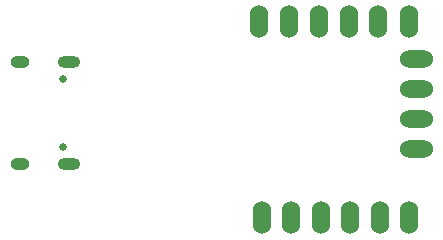
<source format=gbs>
G04 #@! TF.GenerationSoftware,KiCad,Pcbnew,8.0.2*
G04 #@! TF.CreationDate,2024-11-02T18:00:51+05:00*
G04 #@! TF.ProjectId,obsidian-boa-r0.1,6f627369-6469-4616-9e2d-626f612d7230,r0.1*
G04 #@! TF.SameCoordinates,Original*
G04 #@! TF.FileFunction,Soldermask,Bot*
G04 #@! TF.FilePolarity,Negative*
%FSLAX46Y46*%
G04 Gerber Fmt 4.6, Leading zero omitted, Abs format (unit mm)*
G04 Created by KiCad (PCBNEW 8.0.2) date 2024-11-02 18:00:51*
%MOMM*%
%LPD*%
G01*
G04 APERTURE LIST*
%ADD10C,1.524000*%
%ADD11R,1.270000X1.524000*%
%ADD12R,1.524000X1.270000*%
%ADD13C,0.650000*%
%ADD14O,1.900000X1.000000*%
%ADD15O,1.600000X1.000000*%
G04 APERTURE END LIST*
D10*
X134290000Y-100000000D03*
D11*
X134925000Y-100000000D03*
D10*
X135560000Y-100000000D03*
X134290000Y-102540000D03*
D11*
X134925000Y-102540000D03*
D10*
X135560000Y-102540000D03*
X129300000Y-108991500D03*
D12*
X129300000Y-108356500D03*
D10*
X129300000Y-107721500D03*
X129200000Y-92380000D03*
D12*
X129200000Y-91745000D03*
D10*
X129200000Y-91110000D03*
X124130000Y-92380000D03*
D12*
X124130000Y-91745000D03*
D10*
X124130000Y-91110000D03*
X121600000Y-92400000D03*
D12*
X121600000Y-91765000D03*
D10*
X121600000Y-91130000D03*
X126800000Y-108970000D03*
D12*
X126800000Y-108335000D03*
D10*
X126800000Y-107700000D03*
X134300000Y-92400000D03*
D12*
X134300000Y-91765000D03*
D10*
X134300000Y-91130000D03*
X131700000Y-92400000D03*
D12*
X131700000Y-91765000D03*
D10*
X131700000Y-91130000D03*
X134300000Y-108991500D03*
D12*
X134300000Y-108356500D03*
D10*
X134300000Y-107721500D03*
X131800000Y-108991500D03*
D12*
X131800000Y-108356500D03*
D10*
X131800000Y-107721500D03*
X134290000Y-97460000D03*
D11*
X134925000Y-97460000D03*
D10*
X135560000Y-97460000D03*
X134290000Y-94920000D03*
D11*
X134925000Y-94920000D03*
D10*
X135560000Y-94920000D03*
X124300000Y-108970000D03*
D12*
X124300000Y-108335000D03*
D10*
X124300000Y-107700000D03*
X121800000Y-108970000D03*
D12*
X121800000Y-108335000D03*
D10*
X121800000Y-107700000D03*
X126670000Y-92380000D03*
D12*
X126670000Y-91745000D03*
D10*
X126670000Y-91110000D03*
D13*
X105000000Y-96610000D03*
X105000000Y-102390000D03*
D14*
X105530000Y-95180000D03*
D15*
X101350000Y-95180000D03*
D14*
X105530000Y-103820000D03*
D15*
X101350000Y-103820000D03*
M02*

</source>
